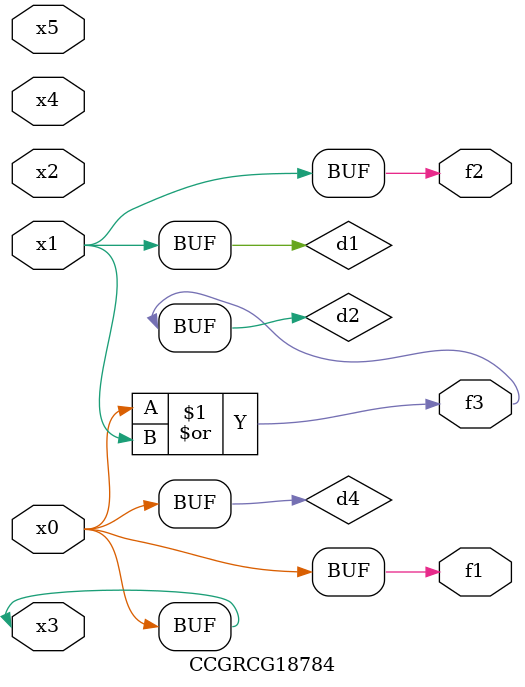
<source format=v>
module CCGRCG18784(
	input x0, x1, x2, x3, x4, x5,
	output f1, f2, f3
);

	wire d1, d2, d3, d4;

	and (d1, x1);
	or (d2, x0, x1);
	nand (d3, x0, x5);
	buf (d4, x0, x3);
	assign f1 = d4;
	assign f2 = d1;
	assign f3 = d2;
endmodule

</source>
